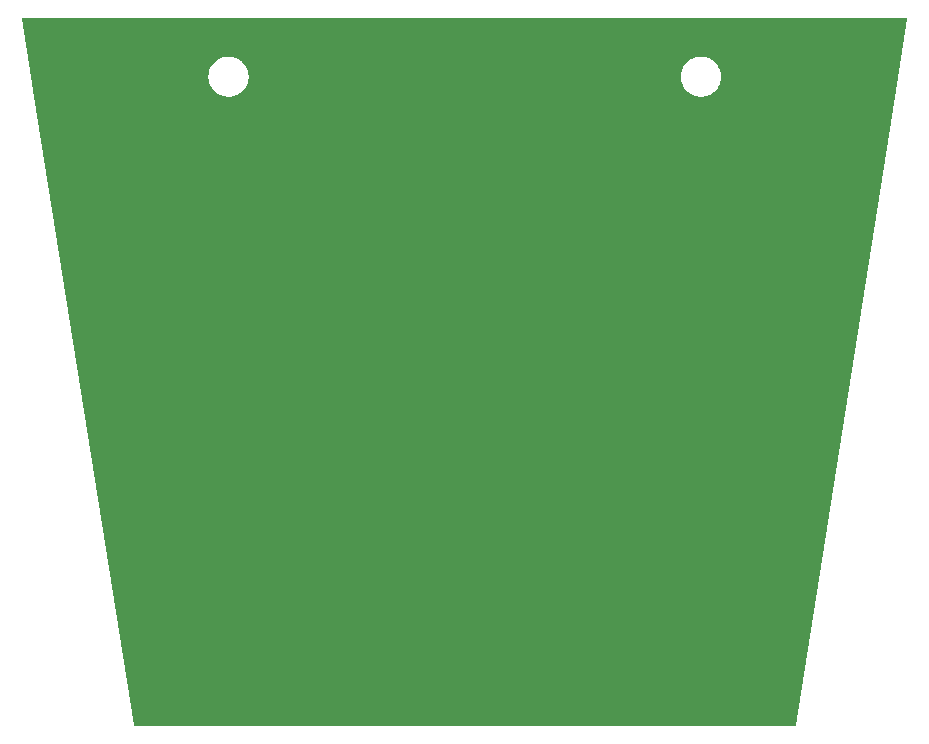
<source format=gbr>
%TF.GenerationSoftware,KiCad,Pcbnew,7.0.7*%
%TF.CreationDate,2024-01-23T00:18:07-08:00*%
%TF.ProjectId,hb100_horn_horizontal_wall,68623130-305f-4686-9f72-6e5f686f7269,rev?*%
%TF.SameCoordinates,Original*%
%TF.FileFunction,Copper,L1,Top*%
%TF.FilePolarity,Positive*%
%FSLAX46Y46*%
G04 Gerber Fmt 4.6, Leading zero omitted, Abs format (unit mm)*
G04 Created by KiCad (PCBNEW 7.0.7) date 2024-01-23 00:18:07*
%MOMM*%
%LPD*%
G01*
G04 APERTURE LIST*
G04 APERTURE END LIST*
%TA.AperFunction,NonConductor*%
G36*
X106921279Y-21520185D02*
G01*
X106967034Y-21572989D01*
X106976978Y-21642147D01*
X106976724Y-21643827D01*
X105939624Y-28194748D01*
X97516134Y-81402314D01*
X97486209Y-81465451D01*
X97426900Y-81502387D01*
X97393659Y-81506925D01*
X41606341Y-81506925D01*
X41539302Y-81487240D01*
X41493547Y-81434436D01*
X41483866Y-81402314D01*
X33060376Y-28194748D01*
X32792075Y-26500004D01*
X47794732Y-26500004D01*
X47813777Y-26754154D01*
X47870103Y-27000936D01*
X47870492Y-27002637D01*
X47963607Y-27239888D01*
X48091041Y-27460612D01*
X48249950Y-27659877D01*
X48436783Y-27833232D01*
X48647366Y-27976805D01*
X48647371Y-27976807D01*
X48647372Y-27976808D01*
X48647373Y-27976809D01*
X48805937Y-28053169D01*
X48876996Y-28087389D01*
X48919157Y-28100394D01*
X48926249Y-28103066D01*
X48961245Y-28118755D01*
X48989189Y-28121996D01*
X49120542Y-28162513D01*
X49120547Y-28162513D01*
X49120548Y-28162514D01*
X49168109Y-28169683D01*
X49175301Y-28171207D01*
X49177981Y-28171942D01*
X49178046Y-28171958D01*
X49212236Y-28181352D01*
X49239247Y-28180405D01*
X49372565Y-28200500D01*
X49372571Y-28200500D01*
X49424692Y-28200500D01*
X49431810Y-28200910D01*
X49469689Y-28205284D01*
X49495190Y-28200500D01*
X49627431Y-28200500D01*
X49627435Y-28200500D01*
X49683035Y-28192119D01*
X49689885Y-28191474D01*
X49695249Y-28191269D01*
X49695250Y-28191268D01*
X49697309Y-28191190D01*
X49697349Y-28191187D01*
X49727791Y-28190019D01*
X49751198Y-28181845D01*
X49879458Y-28162513D01*
X49937169Y-28144711D01*
X49943563Y-28143110D01*
X49951131Y-28141643D01*
X49951138Y-28141640D01*
X49951832Y-28141506D01*
X49951841Y-28141504D01*
X49980545Y-28135937D01*
X50001435Y-28124887D01*
X50123004Y-28087389D01*
X50181179Y-28059373D01*
X50187082Y-28056899D01*
X50196440Y-28053539D01*
X50196447Y-28053535D01*
X50197436Y-28053180D01*
X50197464Y-28053169D01*
X50222160Y-28044299D01*
X50240202Y-28030949D01*
X50352634Y-27976805D01*
X50409509Y-27938028D01*
X50414770Y-27934814D01*
X50425425Y-27929021D01*
X50425431Y-27929016D01*
X50447077Y-27917246D01*
X50462058Y-27902200D01*
X50563217Y-27833232D01*
X50616865Y-27783454D01*
X50621428Y-27779614D01*
X50650157Y-27757715D01*
X50661983Y-27741590D01*
X50750050Y-27659877D01*
X50798445Y-27599191D01*
X50802229Y-27594874D01*
X50813461Y-27583204D01*
X50813464Y-27583199D01*
X50814117Y-27582521D01*
X50814124Y-27582514D01*
X50826752Y-27569392D01*
X50835434Y-27552808D01*
X50908959Y-27460612D01*
X50910836Y-27457362D01*
X50923920Y-27434696D01*
X50950033Y-27389467D01*
X50952993Y-27384831D01*
X50963419Y-27370010D01*
X50963423Y-27370001D01*
X50972813Y-27356652D01*
X50978484Y-27340189D01*
X51036393Y-27239888D01*
X51068103Y-27159090D01*
X51070252Y-27154241D01*
X51079074Y-27136424D01*
X51079075Y-27136420D01*
X51081138Y-27132254D01*
X51081850Y-27131481D01*
X51083300Y-27127885D01*
X51083837Y-27126798D01*
X51085357Y-27116569D01*
X51087086Y-27111105D01*
X51088459Y-27107225D01*
X51129508Y-27002637D01*
X51149887Y-26913346D01*
X51151214Y-26908472D01*
X51157476Y-26888685D01*
X51158719Y-26886836D01*
X51160208Y-26880469D01*
X51160168Y-26872058D01*
X51161628Y-26862601D01*
X51162447Y-26858321D01*
X51186222Y-26754157D01*
X51193436Y-26657889D01*
X51193977Y-26653170D01*
X51197506Y-26630325D01*
X51197506Y-26630323D01*
X51197649Y-26629398D01*
X51197653Y-26629360D01*
X51198657Y-26622856D01*
X51197764Y-26616848D01*
X51197779Y-26616012D01*
X51198161Y-26596058D01*
X51198318Y-26592735D01*
X51205268Y-26500004D01*
X87794732Y-26500004D01*
X87813777Y-26754154D01*
X87870103Y-27000936D01*
X87870492Y-27002637D01*
X87963607Y-27239888D01*
X88091041Y-27460612D01*
X88249950Y-27659877D01*
X88436783Y-27833232D01*
X88647366Y-27976805D01*
X88647371Y-27976807D01*
X88647372Y-27976808D01*
X88647373Y-27976809D01*
X88805937Y-28053169D01*
X88876996Y-28087389D01*
X88919157Y-28100394D01*
X88926249Y-28103066D01*
X88961245Y-28118755D01*
X88989189Y-28121996D01*
X89120542Y-28162513D01*
X89120547Y-28162513D01*
X89120548Y-28162514D01*
X89168109Y-28169683D01*
X89175301Y-28171207D01*
X89177981Y-28171942D01*
X89178046Y-28171958D01*
X89212236Y-28181352D01*
X89239247Y-28180405D01*
X89372565Y-28200500D01*
X89372571Y-28200500D01*
X89424692Y-28200500D01*
X89431810Y-28200910D01*
X89469689Y-28205284D01*
X89495190Y-28200500D01*
X89627431Y-28200500D01*
X89627435Y-28200500D01*
X89683035Y-28192119D01*
X89689885Y-28191474D01*
X89695249Y-28191269D01*
X89695250Y-28191268D01*
X89697309Y-28191190D01*
X89697349Y-28191187D01*
X89727791Y-28190019D01*
X89751198Y-28181845D01*
X89879458Y-28162513D01*
X89937169Y-28144711D01*
X89943563Y-28143110D01*
X89951131Y-28141643D01*
X89951138Y-28141640D01*
X89951832Y-28141506D01*
X89951841Y-28141504D01*
X89980545Y-28135937D01*
X90001435Y-28124887D01*
X90123004Y-28087389D01*
X90181179Y-28059373D01*
X90187082Y-28056899D01*
X90196440Y-28053539D01*
X90196447Y-28053535D01*
X90197436Y-28053180D01*
X90197464Y-28053169D01*
X90222160Y-28044299D01*
X90240202Y-28030949D01*
X90352634Y-27976805D01*
X90409509Y-27938028D01*
X90414770Y-27934814D01*
X90425425Y-27929021D01*
X90425431Y-27929016D01*
X90447077Y-27917246D01*
X90462058Y-27902200D01*
X90563217Y-27833232D01*
X90616865Y-27783454D01*
X90621428Y-27779614D01*
X90650157Y-27757715D01*
X90661983Y-27741590D01*
X90750050Y-27659877D01*
X90798445Y-27599191D01*
X90802229Y-27594874D01*
X90813461Y-27583204D01*
X90813464Y-27583199D01*
X90814117Y-27582521D01*
X90814124Y-27582514D01*
X90826752Y-27569392D01*
X90835434Y-27552808D01*
X90908959Y-27460612D01*
X90910836Y-27457362D01*
X90923920Y-27434696D01*
X90950033Y-27389467D01*
X90952993Y-27384831D01*
X90963419Y-27370010D01*
X90963423Y-27370001D01*
X90972813Y-27356652D01*
X90978484Y-27340189D01*
X91036393Y-27239888D01*
X91068103Y-27159090D01*
X91070252Y-27154241D01*
X91079074Y-27136424D01*
X91079075Y-27136420D01*
X91081138Y-27132254D01*
X91081850Y-27131481D01*
X91083300Y-27127885D01*
X91083837Y-27126798D01*
X91085357Y-27116569D01*
X91087086Y-27111105D01*
X91088459Y-27107225D01*
X91129508Y-27002637D01*
X91149887Y-26913346D01*
X91151214Y-26908472D01*
X91157476Y-26888685D01*
X91158719Y-26886836D01*
X91160208Y-26880469D01*
X91160168Y-26872058D01*
X91161628Y-26862601D01*
X91162447Y-26858321D01*
X91186222Y-26754157D01*
X91193436Y-26657889D01*
X91193977Y-26653170D01*
X91197506Y-26630325D01*
X91197506Y-26630323D01*
X91197649Y-26629398D01*
X91197653Y-26629360D01*
X91198657Y-26622856D01*
X91197764Y-26616848D01*
X91197779Y-26616012D01*
X91198161Y-26596058D01*
X91198318Y-26592735D01*
X91205268Y-26500000D01*
X91198318Y-26407268D01*
X91198161Y-26403938D01*
X91197763Y-26383150D01*
X91198927Y-26378889D01*
X91197694Y-26370905D01*
X91197691Y-26370878D01*
X91197506Y-26369681D01*
X91197506Y-26369675D01*
X91193978Y-26346838D01*
X91193435Y-26342102D01*
X91186222Y-26245843D01*
X91162442Y-26141657D01*
X91161628Y-26137394D01*
X91160166Y-26127934D01*
X91160927Y-26122225D01*
X91160592Y-26121165D01*
X91159006Y-26114389D01*
X91157476Y-26111314D01*
X91156953Y-26109664D01*
X91151208Y-26091509D01*
X91149889Y-26086661D01*
X91129508Y-25997363D01*
X91088462Y-25892782D01*
X91087085Y-25888890D01*
X91085360Y-25883441D01*
X91085205Y-25875961D01*
X91083299Y-25872112D01*
X91082073Y-25869072D01*
X91081139Y-25867746D01*
X91079063Y-25863554D01*
X91070235Y-25845725D01*
X91068107Y-25840918D01*
X91036393Y-25760112D01*
X90978485Y-25659812D01*
X90975373Y-25646983D01*
X90953006Y-25615185D01*
X90950022Y-25610512D01*
X90910835Y-25542638D01*
X90908959Y-25539388D01*
X90835434Y-25447191D01*
X90830071Y-25434055D01*
X90802240Y-25405137D01*
X90798445Y-25400808D01*
X90750050Y-25340123D01*
X90750047Y-25340120D01*
X90661983Y-25258408D01*
X90654224Y-25245382D01*
X90621427Y-25220383D01*
X90616839Y-25216521D01*
X90563217Y-25166767D01*
X90462058Y-25097798D01*
X90451847Y-25085346D01*
X90414795Y-25065197D01*
X90409485Y-25061955D01*
X90352634Y-25023195D01*
X90352630Y-25023193D01*
X90240201Y-24969050D01*
X90227562Y-24957639D01*
X90198837Y-24947322D01*
X90198828Y-24947318D01*
X90187094Y-24943103D01*
X90181152Y-24940613D01*
X90123006Y-24912612D01*
X90123004Y-24912611D01*
X90072177Y-24896933D01*
X90001434Y-24875111D01*
X89986484Y-24865213D01*
X89943597Y-24856895D01*
X89937122Y-24855274D01*
X89879463Y-24837488D01*
X89879459Y-24837487D01*
X89879458Y-24837487D01*
X89831876Y-24830315D01*
X89751191Y-24818153D01*
X89734124Y-24810218D01*
X89689874Y-24808523D01*
X89683001Y-24807875D01*
X89627440Y-24799500D01*
X89627435Y-24799500D01*
X89495192Y-24799500D01*
X89476308Y-24793955D01*
X89441178Y-24798010D01*
X89441171Y-24798011D01*
X89431819Y-24799091D01*
X89424704Y-24799500D01*
X89372557Y-24799500D01*
X89239233Y-24819596D01*
X89218904Y-24816814D01*
X89179073Y-24827758D01*
X89179038Y-24827767D01*
X89175274Y-24828799D01*
X89168115Y-24830315D01*
X89120539Y-24837487D01*
X88989113Y-24878026D01*
X88967772Y-24878316D01*
X88926247Y-24896933D01*
X88919153Y-24899606D01*
X88876998Y-24912609D01*
X88647370Y-25023192D01*
X88436782Y-25166768D01*
X88249952Y-25340121D01*
X88249950Y-25340123D01*
X88091041Y-25539388D01*
X87963608Y-25760109D01*
X87870492Y-25997362D01*
X87870490Y-25997369D01*
X87813777Y-26245845D01*
X87794732Y-26499995D01*
X87794732Y-26500004D01*
X51205268Y-26500004D01*
X51205268Y-26500000D01*
X51198318Y-26407268D01*
X51198161Y-26403938D01*
X51197763Y-26383150D01*
X51198927Y-26378889D01*
X51197694Y-26370905D01*
X51197691Y-26370878D01*
X51197506Y-26369681D01*
X51197506Y-26369675D01*
X51193978Y-26346838D01*
X51193435Y-26342102D01*
X51186222Y-26245843D01*
X51162442Y-26141657D01*
X51161628Y-26137394D01*
X51160166Y-26127934D01*
X51160927Y-26122225D01*
X51160592Y-26121165D01*
X51159006Y-26114389D01*
X51157476Y-26111314D01*
X51156953Y-26109664D01*
X51151208Y-26091509D01*
X51149889Y-26086661D01*
X51129508Y-25997363D01*
X51088462Y-25892782D01*
X51087085Y-25888890D01*
X51085360Y-25883441D01*
X51085205Y-25875961D01*
X51083299Y-25872112D01*
X51082073Y-25869072D01*
X51081139Y-25867746D01*
X51079063Y-25863554D01*
X51070235Y-25845725D01*
X51068107Y-25840918D01*
X51036393Y-25760112D01*
X50978485Y-25659812D01*
X50975373Y-25646983D01*
X50953006Y-25615185D01*
X50950022Y-25610512D01*
X50910835Y-25542638D01*
X50908959Y-25539388D01*
X50835434Y-25447191D01*
X50830071Y-25434055D01*
X50802240Y-25405137D01*
X50798445Y-25400808D01*
X50750050Y-25340123D01*
X50750047Y-25340120D01*
X50661983Y-25258408D01*
X50654224Y-25245382D01*
X50621427Y-25220383D01*
X50616839Y-25216521D01*
X50563217Y-25166767D01*
X50462058Y-25097798D01*
X50451847Y-25085346D01*
X50414795Y-25065197D01*
X50409485Y-25061955D01*
X50352634Y-25023195D01*
X50352630Y-25023193D01*
X50240201Y-24969050D01*
X50227562Y-24957639D01*
X50198837Y-24947322D01*
X50198828Y-24947318D01*
X50187094Y-24943103D01*
X50181152Y-24940613D01*
X50123006Y-24912612D01*
X50123004Y-24912611D01*
X50072177Y-24896933D01*
X50001434Y-24875111D01*
X49986484Y-24865213D01*
X49943597Y-24856895D01*
X49937122Y-24855274D01*
X49879463Y-24837488D01*
X49879459Y-24837487D01*
X49879458Y-24837487D01*
X49831876Y-24830315D01*
X49751191Y-24818153D01*
X49734124Y-24810218D01*
X49689874Y-24808523D01*
X49683001Y-24807875D01*
X49627440Y-24799500D01*
X49627435Y-24799500D01*
X49495192Y-24799500D01*
X49476308Y-24793955D01*
X49441178Y-24798010D01*
X49441171Y-24798011D01*
X49431819Y-24799091D01*
X49424704Y-24799500D01*
X49372557Y-24799500D01*
X49239233Y-24819596D01*
X49218904Y-24816814D01*
X49179073Y-24827758D01*
X49179038Y-24827767D01*
X49175274Y-24828799D01*
X49168115Y-24830315D01*
X49120539Y-24837487D01*
X48989113Y-24878026D01*
X48967772Y-24878316D01*
X48926247Y-24896933D01*
X48919153Y-24899606D01*
X48876998Y-24912609D01*
X48647370Y-25023192D01*
X48436782Y-25166768D01*
X48249952Y-25340121D01*
X48249950Y-25340123D01*
X48091041Y-25539388D01*
X47963608Y-25760109D01*
X47870492Y-25997362D01*
X47870490Y-25997369D01*
X47813777Y-26245845D01*
X47794732Y-26499995D01*
X47794732Y-26500004D01*
X32792075Y-26500004D01*
X32023285Y-21643887D01*
X32032245Y-21574597D01*
X32077245Y-21521148D01*
X32143998Y-21500513D01*
X32145760Y-21500500D01*
X106854240Y-21500500D01*
X106921279Y-21520185D01*
G37*
%TD.AperFunction*%
M02*

</source>
